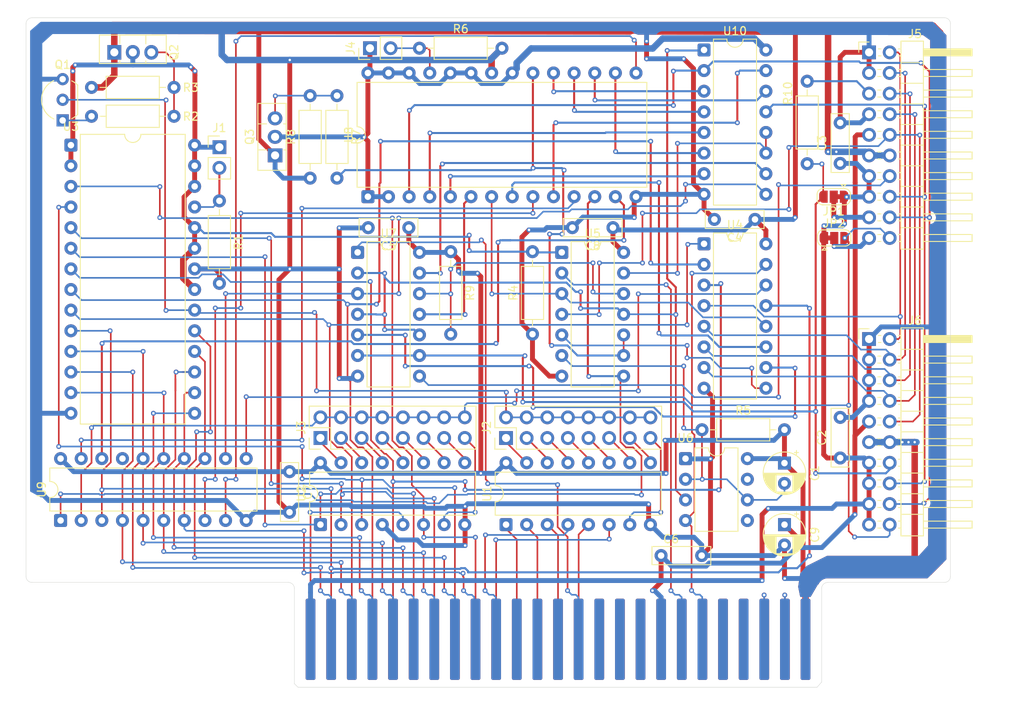
<source format=kicad_pcb>
(kicad_pcb
	(version 20241229)
	(generator "pcbnew")
	(generator_version "9.0")
	(general
		(thickness 1.6)
		(legacy_teardrops no)
	)
	(paper "A4")
	(layers
		(0 "F.Cu" signal)
		(2 "B.Cu" signal)
		(9 "F.Adhes" user "F.Adhesive")
		(11 "B.Adhes" user "B.Adhesive")
		(13 "F.Paste" user)
		(15 "B.Paste" user)
		(5 "F.SilkS" user "F.Silkscreen")
		(7 "B.SilkS" user "B.Silkscreen")
		(1 "F.Mask" user)
		(3 "B.Mask" user)
		(17 "Dwgs.User" user "User.Drawings")
		(19 "Cmts.User" user "User.Comments")
		(21 "Eco1.User" user "User.Eco1")
		(23 "Eco2.User" user "User.Eco2")
		(25 "Edge.Cuts" user)
		(27 "Margin" user)
		(31 "F.CrtYd" user "F.Courtyard")
		(29 "B.CrtYd" user "B.Courtyard")
		(35 "F.Fab" user)
		(33 "B.Fab" user)
		(39 "User.1" user)
		(41 "User.2" user)
		(43 "User.3" user)
		(45 "User.4" user)
	)
	(setup
		(pad_to_mask_clearance 0)
		(allow_soldermask_bridges_in_footprints no)
		(tenting front back)
		(pcbplotparams
			(layerselection 0x00000000_00000000_55555555_5755f5ff)
			(plot_on_all_layers_selection 0x00000000_00000000_00000000_00000000)
			(disableapertmacros no)
			(usegerberextensions no)
			(usegerberattributes yes)
			(usegerberadvancedattributes yes)
			(creategerberjobfile yes)
			(dashed_line_dash_ratio 12.000000)
			(dashed_line_gap_ratio 3.000000)
			(svgprecision 4)
			(plotframeref no)
			(mode 1)
			(useauxorigin no)
			(hpglpennumber 1)
			(hpglpenspeed 20)
			(hpglpendiameter 15.000000)
			(pdf_front_fp_property_popups yes)
			(pdf_back_fp_property_popups yes)
			(pdf_metadata yes)
			(pdf_single_document no)
			(dxfpolygonmode yes)
			(dxfimperialunits yes)
			(dxfusepcbnewfont yes)
			(psnegative no)
			(psa4output no)
			(plot_black_and_white yes)
			(sketchpadsonfab no)
			(plotpadnumbers no)
			(hidednponfab no)
			(sketchdnponfab yes)
			(crossoutdnponfab yes)
			(subtractmaskfromsilk no)
			(outputformat 1)
			(mirror no)
			(drillshape 1)
			(scaleselection 1)
			(outputdirectory "")
		)
	)
	(net 0 "")
	(net 1 "-12V")
	(net 2 "GND")
	(net 3 "+5V")
	(net 4 "Net-(U6-THR)")
	(net 5 "+12V")
	(net 6 "Net-(J1-Pin_2)")
	(net 7 "~{IOSEL}")
	(net 8 "Net-(J2-Pin_5)")
	(net 9 "Net-(J2-Pin_7)")
	(net 10 "/VCC_SWITCHED_1")
	(net 11 "Net-(J2-Pin_15)")
	(net 12 "Net-(J2-Pin_3)")
	(net 13 "Net-(J2-Pin_9)")
	(net 14 "Net-(J2-Pin_11)")
	(net 15 "Net-(J2-Pin_13)")
	(net 16 "Net-(J2-Pin_1)")
	(net 17 "Net-(J3-Pin_11)")
	(net 18 "Net-(J3-Pin_5)")
	(net 19 "Net-(J3-Pin_7)")
	(net 20 "Net-(J3-Pin_9)")
	(net 21 "Net-(J3-Pin_1)")
	(net 22 "Net-(J3-Pin_13)")
	(net 23 "Net-(J3-Pin_15)")
	(net 24 "Net-(J3-Pin_3)")
	(net 25 "Net-(J4-Pin_2)")
	(net 26 "/PH1")
	(net 27 "/PH0")
	(net 28 "/WR DATA")
	(net 29 "/W PROT")
	(net 30 "/RD DATA")
	(net 31 "/PH2")
	(net 32 "/PH3")
	(net 33 "Net-(J5-Pin_17)")
	(net 34 "/WR REQ")
	(net 35 "Net-(J5-Pin_19)")
	(net 36 "/~{ENBL 1}")
	(net 37 "Net-(J5-Pin_5)")
	(net 38 "/~{ENBL 2}")
	(net 39 "A12")
	(net 40 "D0")
	(net 41 "A10")
	(net 42 "A3")
	(net 43 "A14")
	(net 44 "D3")
	(net 45 "unconnected-(P1-Pin_40-Pad40)")
	(net 46 "2M")
	(net 47 "~{RESET}")
	(net 48 "unconnected-(P1-Pin_30-Pad30)")
	(net 49 "A4")
	(net 50 "~{EXTC}")
	(net 51 "unconnected-(P1-Pin_18-Pad18)")
	(net 52 "unconnected-(P1-Pin_38-Pad38)")
	(net 53 "D1")
	(net 54 "unconnected-(P1-Pin_29-Pad29)")
	(net 55 "A0")
	(net 56 "A15")
	(net 57 "D6")
	(net 58 "unconnected-(P1-Pin_36-Pad36)")
	(net 59 "A5")
	(net 60 "unconnected-(P1-Pin_22-Pad22)")
	(net 61 "~{EXTE}")
	(net 62 "Net-(P1-Pin_24)")
	(net 63 "~{EXT8}")
	(net 64 "unconnected-(P1-Pin_34-Pad34)")
	(net 65 "A8")
	(net 66 "D2")
	(net 67 "A2")
	(net 68 "D7")
	(net 69 "A7")
	(net 70 "Net-(P1-Pin_23)")
	(net 71 "A6")
	(net 72 "unconnected-(P1-Pin_21-Pad21)")
	(net 73 "~{EXT_MEM}")
	(net 74 "D4")
	(net 75 "D5")
	(net 76 "A9")
	(net 77 "A13")
	(net 78 "A11")
	(net 79 "unconnected-(P1-Pin_39-Pad39)")
	(net 80 "~{EXT6}")
	(net 81 "A1")
	(net 82 "Net-(Q1-E)")
	(net 83 "Net-(Q2-B)")
	(net 84 "Net-(Q3-B)")
	(net 85 "Net-(U8-~{CE})")
	(net 86 "Net-(R9-Pad2)")
	(net 87 "Net-(U4-Q6)")
	(net 88 "Net-(U4-Q5)")
	(net 89 "Net-(U4-Q7)")
	(net 90 "Net-(U4-Q4)")
	(net 91 "Net-(U10-D3)")
	(net 92 "Net-(U8-D1)")
	(net 93 "Net-(U10-~{Mr})")
	(net 94 "Net-(U8-A4)")
	(net 95 "Net-(U10-Q3)")
	(net 96 "Net-(U10-Cp)")
	(net 97 "Net-(U8-D3)")
	(net 98 "Net-(U10-Q5)")
	(net 99 "Net-(U10-Q2)")
	(net 100 "Net-(U8-A1)")
	(net 101 "Net-(U10-D2)")
	(net 102 "Net-(U8-D0)")
	(net 103 "Net-(U10-Q1)")
	(net 104 "unconnected-(U6-DIS-Pad7)")
	(net 105 "Net-(U10-D0)")
	(net 106 "unconnected-(U6-CV-Pad5)")
	(net 107 "Net-(U10-D5)")
	(net 108 "Net-(U8-D2)")
	(net 109 "Net-(U10-D1)")
	(net 110 "unconnected-(U9-Q7-Pad17)")
	(net 111 "/VCC_SWITCHED_2")
	(net 112 "/~{IOEN}")
	(net 113 "/~{DEVEN}")
	(footprint "Connector_PinHeader_2.54mm:PinHeader_1x02_P2.54mm_Vertical" (layer "F.Cu") (at 69.565185 66.517185))
	(footprint "Capacitor_THT:C_Rect_L7.0mm_W2.0mm_P5.00mm" (layer "F.Cu") (at 118.034185 76.423185 180))
	(footprint "Resistor_THT:R_Axial_DIN0207_L6.3mm_D2.5mm_P10.16mm_Horizontal" (layer "F.Cu") (at 94.203185 54.325185))
	(footprint "Connector_PinHeader_2.54mm:PinHeader_1x02_P2.54mm_Vertical" (layer "F.Cu") (at 88.107185 54.325185 90))
	(footprint "Capacitor_THT:CP_Radial_D5.0mm_P2.50mm" (layer "F.Cu") (at 139.161185 112.999185 -90))
	(footprint "Resistor_THT:R_Axial_DIN0207_L6.3mm_D2.5mm_P10.16mm_Horizontal" (layer "F.Cu") (at 84.043185 60.167185 -90))
	(footprint "Capacitor_THT:C_Rect_L7.0mm_W2.0mm_P5.00mm" (layer "F.Cu") (at 146.019185 104.791185 90))
	(footprint "Package_DIP:DIP-16_W7.62mm" (layer "F.Cu") (at 129.250185 54.539185))
	(footprint "Package_DIP:DIP-16_W7.62mm" (layer "F.Cu") (at 82.006185 112.994185 90))
	(footprint "Package_TO_SOT_THT:TO-92_Inline_Wide" (layer "F.Cu") (at 50.261185 63.215185 90))
	(footprint "Resistor_THT:R_Axial_DIN0207_L6.3mm_D2.5mm_P10.16mm_Horizontal" (layer "F.Cu") (at 141.955185 68.549185 90))
	(footprint "Capacitor_THT:CP_Radial_D5.0mm_P2.50mm" (layer "F.Cu") (at 139.156185 105.419185 -90))
	(footprint "Resistor_THT:R_Axial_DIN0207_L6.3mm_D2.5mm_P10.16mm_Horizontal" (layer "F.Cu") (at 53.817185 59.151185))
	(footprint "Package_DIP:DIP-16_W7.62mm" (layer "F.Cu") (at 104.866185 112.999185 90))
	(footprint "Package_DIP:DIP-28_W15.24mm" (layer "F.Cu") (at 87.853185 72.613185 90))
	(footprint "Package_DIP:DIP-14_W7.62mm" (layer "F.Cu") (at 111.729185 79.471185))
	(footprint "Resistor_THT:R_Axial_DIN0207_L6.3mm_D2.5mm_P10.16mm_Horizontal" (layer "F.Cu") (at 69.565185 73.121185 -90))
	(footprint "Capacitor_THT:C_Rect_L7.0mm_W2.0mm_P5.00mm" (layer "F.Cu") (at 146.019185 68.509185 90))
	(footprint "Jumper:SolderJumper-3_P1.3mm_Bridged12_RoundedPad1.0x1.5mm" (layer "F.Cu") (at 145.287185 77.693185))
	(footprint "Resistor_THT:R_Axial_DIN0207_L6.3mm_D2.5mm_P10.16mm_Horizontal" (layer "F.Cu") (at 98.053185 79.382185 -90))
	(footprint "Package_DIP:DIP-28_W15.24mm" (layer "F.Cu") (at 51.277185 66.263185))
	(footprint "Capacitor_THT:C_Rect_L7.0mm_W2.0mm_P5.00mm" (layer "F.Cu") (at 135.525185 75.407185 180))
	(footprint "Capacitor_THT:C_Rect_L7.0mm_W2.0mm_P5.00mm" (layer "F.Cu") (at 78.201185 106.475185 -90))
	(footprint "Capacitor_THT:C_Rect_L7.0mm_W2.0mm_P5.00mm" (layer "F.Cu") (at 92.893185 76.428185 180))
	(footprint "Package_TO_SOT_THT:TO-126-3_Vertical" (layer "F.Cu") (at 56.623185 54.833185))
	(footprint "Package_DIP:DIP-14_W7.62mm" (layer "F.Cu") (at 86.588185 79.471185))
	(footprint "Resistor_THT:R_Axial_DIN0207_L6.3mm_D2.5mm_P10.16mm_Horizontal"
		(layer "F.Cu")
		(uuid "a3fd79da-f5d5-4ae4-9621-898f304ff506")
		(at 128.996185 101.315185)
		(descr "Resistor, Axial_DIN0207 series, Axial, Horizontal, pin pitch=10.16mm, 0.25W = 1/4W, length*diameter=6.3*2.5mm^2, http://cdn-reichelt.de/documents/datenblatt/B400/1_4W%23YAG.pdf")
		(tags "Resistor Axial_DIN0207 series Axial Horizontal pin pitch 10.16mm 0.25W = 1/4W length 6.3mm diameter 2.5mm")
		(property "Reference" "R5"
			(at 5.08 -2.37 0)
			(layer "F.SilkS")
			(uuid "9c6b700b-b56f-454a-af08-cbb92ee0419a")
			(effects
				(font
					(size 1 1)
					(thickness 0.15)
				)
			)
		)
		(property "Value" "47K"
			(at 5.08 2.37 0)
			(layer "F.Fab")
			(uuid "59038263-5bfc-4502-9e63-17686569948d")
			(effects
				(font
					(size 1 1)
					(thickness 0.15)
				)
			)
		)
		(property "Datasheet" ""
			(at 0 0 0)
			(unlocked yes)
			(layer "F.Fab")
			(hide yes)
			(uuid "451e5c88-4e24-4863-a615-27044dbe0c7a")
			(effects
				(font
					(size 1.27 1.27)
					(thickness 0.15)
				)
			)
		)
		(property "Description" "Resistor, small symbol"
			(at 0 0 0)
			(unlocked yes)
			(layer "F.Fab")
			(hide yes)
			(uuid "ff008a55-37e8-44c0-bf53-7e7561ef5750")
			(effects
				(font
					(size 1.27 1.27)
					(thickness 0.15)
				)
			)
		)
		(property ki_fp_filters "R_*")
		(path "/0a9e3eae-f6aa-4726-95a0-baa5697c9c68")
		(sheetname "/")
		(sheetfile "TK2000_DiskInterface_REDUX.kicad_sch")
		(attr through_hole)
		(fp_line
			(start 1.04 0)
			(end 1.81 0)
			(stroke
				(width 0.12)
				(type solid)
			)
			(layer "F.SilkS")
			(uuid "a630116e-10dc-4ef2-a442-a6f0fd3f75eb")
		)
		(fp_line
			(start 1.81 -1.37)
			(end 1.81 1.37)
			(stroke
				(width 0.12)
				(type solid)
			)
			(layer "F.SilkS")
			(uuid "729f8d0c-d614-4153-be3b-6baa6e5385c4")
		)
		(fp_line
			(start 1.81 1.37)
			(end 8.35 1.37)
			(stroke
				(width 0.12)
				(type solid)
			)
			(layer "F.SilkS")
			(uuid "992273d0-000c-4bc0-bee8-f1216b2ba043")
		)
		(fp_line
			(start 8.35 -1.37)
			(end 1.81 -1.37)
			(stroke
				(width 0.12)
				(type solid)
			)
			(layer "F.SilkS")
			(uuid "a9b63733-6e81-455e-b6c1-451b64372f22")
		)
		(fp_line
			(start 8.35 1.37)
			(end 8.35 -1.37)
			(stroke
				(width 0.12)
				(type solid)
			)
			(layer "F.SilkS")
			(uuid "90083b9f-7d28-4ed0-a18e-c6019e6b0e30")
		)
		(fp_line
			(start 9.12 0)
			(end 8.35 0)
			(stroke
				(width 0.12)
				(type solid)
			)
			(layer "F.SilkS")
			(uuid "5694fe5b-57bc-4be2-8ef2-83bc8a9555e4")
		)
		(fp_line
			(start -1.05 -1.5)
			(end -1.05 1.5)
			(stroke
				(width 0.05)
				(type solid)
			)
			(layer "F.CrtYd")
			(uuid "87cd9991-4586-4e07-b07e-d88529961560")
		)
		(fp_line
			(start -1.05 1.5)
			(end 11.21 1.5)
			(stroke
				(width 0.05)
				(type solid)
			)
			(layer "F.CrtYd")
			(uuid "bd9f9d97-62c5-489d-88c0-53
... [392236 chars truncated]
</source>
